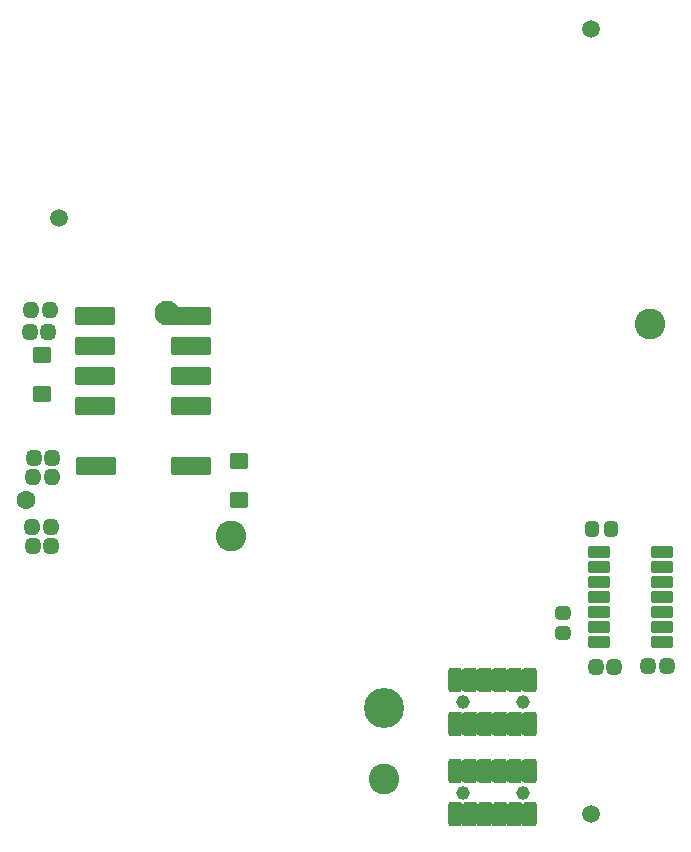
<source format=gbr>
G04 #@! TF.GenerationSoftware,KiCad,Pcbnew,6.0.0+dfsg1-2*
G04 #@! TF.CreationDate,2022-02-08T13:12:28-05:00*
G04 #@! TF.ProjectId,RUSP_Daughterboard,52555350-5f44-4617-9567-68746572626f,rev?*
G04 #@! TF.SameCoordinates,Original*
G04 #@! TF.FileFunction,Soldermask,Bot*
G04 #@! TF.FilePolarity,Negative*
%FSLAX46Y46*%
G04 Gerber Fmt 4.6, Leading zero omitted, Abs format (unit mm)*
G04 Created by KiCad (PCBNEW 6.0.0+dfsg1-2) date 2022-02-08 13:12:28*
%MOMM*%
%LPD*%
G01*
G04 APERTURE LIST*
G04 Aperture macros list*
%AMRoundRect*
0 Rectangle with rounded corners*
0 $1 Rounding radius*
0 $2 $3 $4 $5 $6 $7 $8 $9 X,Y pos of 4 corners*
0 Add a 4 corners polygon primitive as box body*
4,1,4,$2,$3,$4,$5,$6,$7,$8,$9,$2,$3,0*
0 Add four circle primitives for the rounded corners*
1,1,$1+$1,$2,$3*
1,1,$1+$1,$4,$5*
1,1,$1+$1,$6,$7*
1,1,$1+$1,$8,$9*
0 Add four rect primitives between the rounded corners*
20,1,$1+$1,$2,$3,$4,$5,0*
20,1,$1+$1,$4,$5,$6,$7,0*
20,1,$1+$1,$6,$7,$8,$9,0*
20,1,$1+$1,$8,$9,$2,$3,0*%
G04 Aperture macros list end*
%ADD10RoundRect,0.400000X0.200000X0.275000X-0.200000X0.275000X-0.200000X-0.275000X0.200000X-0.275000X0*%
%ADD11RoundRect,0.400000X0.275000X-0.200000X0.275000X0.200000X-0.275000X0.200000X-0.275000X-0.200000X0*%
%ADD12RoundRect,0.418750X0.218750X0.256250X-0.218750X0.256250X-0.218750X-0.256250X0.218750X-0.256250X0*%
%ADD13RoundRect,0.425000X-0.225000X-0.250000X0.225000X-0.250000X0.225000X0.250000X-0.225000X0.250000X0*%
%ADD14RoundRect,0.425000X0.225000X0.250000X-0.225000X0.250000X-0.225000X-0.250000X0.225000X-0.250000X0*%
%ADD15C,2.600000*%
%ADD16C,3.400000*%
%ADD17C,1.600000*%
%ADD18C,2.100000*%
%ADD19C,1.160000*%
%ADD20RoundRect,0.200000X-0.370000X-0.837500X0.370000X-0.837500X0.370000X0.837500X-0.370000X0.837500X0*%
%ADD21C,1.500000*%
%ADD22RoundRect,0.200000X1.500000X-0.555000X1.500000X0.555000X-1.500000X0.555000X-1.500000X-0.555000X0*%
%ADD23RoundRect,0.200000X-0.600000X0.450000X-0.600000X-0.450000X0.600000X-0.450000X0.600000X0.450000X0*%
%ADD24RoundRect,0.200000X0.600000X-0.450000X0.600000X0.450000X-0.600000X0.450000X-0.600000X-0.450000X0*%
%ADD25RoundRect,0.200000X-0.750000X-0.300000X0.750000X-0.300000X0.750000X0.300000X-0.750000X0.300000X0*%
G04 APERTURE END LIST*
D10*
X173225000Y-112850000D03*
X171575000Y-112850000D03*
D11*
X169150000Y-121675000D03*
X169150000Y-120025000D03*
D12*
X125887500Y-108475000D03*
X124312500Y-108475000D03*
X125802500Y-112725000D03*
X124227500Y-112725000D03*
X125687500Y-94300000D03*
X124112500Y-94300000D03*
D13*
X171925000Y-124550000D03*
X173475000Y-124550000D03*
D14*
X177925000Y-124500000D03*
X176375000Y-124500000D03*
X125865000Y-106850000D03*
X124315000Y-106850000D03*
X125800000Y-114350000D03*
X124250000Y-114350000D03*
X125575000Y-96200000D03*
X124025000Y-96200000D03*
D15*
X141000000Y-113500000D03*
X176500000Y-95500000D03*
D16*
X154000000Y-128000000D03*
D15*
X154000000Y-134000000D03*
D17*
X123670000Y-110380000D03*
D18*
X135645000Y-94575000D03*
D19*
X165740000Y-135200000D03*
X160660000Y-135200000D03*
D20*
X160025000Y-137040000D03*
X160025000Y-133360000D03*
X161295000Y-137040000D03*
X161295000Y-133360000D03*
X162565000Y-137040000D03*
X162565000Y-133360000D03*
X163835000Y-137040000D03*
X163835000Y-133360000D03*
X165105000Y-137040000D03*
X165105000Y-133360000D03*
X166375000Y-137040000D03*
X166375000Y-133360000D03*
D21*
X171500000Y-70500000D03*
X126500000Y-86500000D03*
D19*
X160660000Y-127500000D03*
X165740000Y-127500000D03*
D20*
X160025000Y-129340000D03*
X160025000Y-125660000D03*
X161295000Y-129340000D03*
X161295000Y-125660000D03*
X162565000Y-129340000D03*
X162565000Y-125660000D03*
X163835000Y-129340000D03*
X163835000Y-125660000D03*
X165105000Y-129340000D03*
X165105000Y-125660000D03*
X166375000Y-129340000D03*
X166375000Y-125660000D03*
D22*
X129630000Y-107530000D03*
X129502000Y-102450000D03*
X129502000Y-99910000D03*
X129502000Y-97370000D03*
X129502000Y-94830000D03*
X137630000Y-94830000D03*
X137630000Y-97370000D03*
X137630000Y-99910000D03*
X137630000Y-102450000D03*
X137630000Y-107530000D03*
D23*
X125000000Y-101450000D03*
X125000000Y-98150000D03*
D24*
X141700000Y-110450000D03*
X141700000Y-107150000D03*
D21*
X171500000Y-137000000D03*
D25*
X172150000Y-122410000D03*
X172150000Y-121140000D03*
X172150000Y-119870000D03*
X172150000Y-118600000D03*
X172150000Y-117330000D03*
X172150000Y-116060000D03*
X172150000Y-114790000D03*
X177550000Y-114790000D03*
X177550000Y-116060000D03*
X177550000Y-117330000D03*
X177550000Y-118600000D03*
X177550000Y-119870000D03*
X177550000Y-121140000D03*
X177550000Y-122410000D03*
G36*
X163091895Y-136080707D02*
G01*
X163112823Y-136101635D01*
X163173872Y-136134969D01*
X163243031Y-136130023D01*
X163287128Y-136101684D01*
X163308105Y-136080707D01*
X163310037Y-136080189D01*
X163311451Y-136081603D01*
X163311182Y-136083232D01*
X163282109Y-136126742D01*
X163267000Y-136202699D01*
X163267000Y-137877301D01*
X163282109Y-137953258D01*
X163311182Y-137996768D01*
X163311313Y-137998764D01*
X163309650Y-137999875D01*
X163308105Y-137999293D01*
X163287177Y-137978365D01*
X163226128Y-137945031D01*
X163156969Y-137949977D01*
X163112872Y-137978316D01*
X163091895Y-137999293D01*
X163089963Y-137999811D01*
X163088549Y-137998397D01*
X163088818Y-137996768D01*
X163117891Y-137953258D01*
X163133000Y-137877301D01*
X163133000Y-136202699D01*
X163117891Y-136126742D01*
X163088818Y-136083232D01*
X163088687Y-136081236D01*
X163090350Y-136080125D01*
X163091895Y-136080707D01*
G37*
G36*
X164361895Y-136080707D02*
G01*
X164382823Y-136101635D01*
X164443872Y-136134969D01*
X164513031Y-136130023D01*
X164557128Y-136101684D01*
X164578105Y-136080707D01*
X164580037Y-136080189D01*
X164581451Y-136081603D01*
X164581182Y-136083232D01*
X164552109Y-136126742D01*
X164537000Y-136202699D01*
X164537000Y-137877301D01*
X164552109Y-137953258D01*
X164581182Y-137996768D01*
X164581313Y-137998764D01*
X164579650Y-137999875D01*
X164578105Y-137999293D01*
X164557177Y-137978365D01*
X164496128Y-137945031D01*
X164426969Y-137949977D01*
X164382872Y-137978316D01*
X164361895Y-137999293D01*
X164359963Y-137999811D01*
X164358549Y-137998397D01*
X164358818Y-137996768D01*
X164387891Y-137953258D01*
X164403000Y-137877301D01*
X164403000Y-136202699D01*
X164387891Y-136126742D01*
X164358818Y-136083232D01*
X164358687Y-136081236D01*
X164360350Y-136080125D01*
X164361895Y-136080707D01*
G37*
G36*
X165631895Y-136080707D02*
G01*
X165652823Y-136101635D01*
X165713872Y-136134969D01*
X165783031Y-136130023D01*
X165827128Y-136101684D01*
X165848105Y-136080707D01*
X165850037Y-136080189D01*
X165851451Y-136081603D01*
X165851182Y-136083232D01*
X165822109Y-136126742D01*
X165807000Y-136202699D01*
X165807000Y-137877301D01*
X165822109Y-137953258D01*
X165851182Y-137996768D01*
X165851313Y-137998764D01*
X165849650Y-137999875D01*
X165848105Y-137999293D01*
X165827177Y-137978365D01*
X165766128Y-137945031D01*
X165696969Y-137949977D01*
X165652872Y-137978316D01*
X165631895Y-137999293D01*
X165629963Y-137999811D01*
X165628549Y-137998397D01*
X165628818Y-137996768D01*
X165657891Y-137953258D01*
X165673000Y-137877301D01*
X165673000Y-136202699D01*
X165657891Y-136126742D01*
X165628818Y-136083232D01*
X165628687Y-136081236D01*
X165630350Y-136080125D01*
X165631895Y-136080707D01*
G37*
G36*
X160551895Y-136080707D02*
G01*
X160572823Y-136101635D01*
X160633872Y-136134969D01*
X160703031Y-136130023D01*
X160747128Y-136101684D01*
X160768105Y-136080707D01*
X160770037Y-136080189D01*
X160771451Y-136081603D01*
X160771182Y-136083232D01*
X160742109Y-136126742D01*
X160727000Y-136202699D01*
X160727000Y-137877301D01*
X160742109Y-137953258D01*
X160771182Y-137996768D01*
X160771313Y-137998764D01*
X160769650Y-137999875D01*
X160768105Y-137999293D01*
X160747177Y-137978365D01*
X160686128Y-137945031D01*
X160616969Y-137949977D01*
X160572872Y-137978316D01*
X160551895Y-137999293D01*
X160549963Y-137999811D01*
X160548549Y-137998397D01*
X160548818Y-137996768D01*
X160577891Y-137953258D01*
X160593000Y-137877301D01*
X160593000Y-136202699D01*
X160577891Y-136126742D01*
X160548818Y-136083232D01*
X160548687Y-136081236D01*
X160550350Y-136080125D01*
X160551895Y-136080707D01*
G37*
G36*
X161821895Y-136080707D02*
G01*
X161842823Y-136101635D01*
X161903872Y-136134969D01*
X161973031Y-136130023D01*
X162017128Y-136101684D01*
X162038105Y-136080707D01*
X162040037Y-136080189D01*
X162041451Y-136081603D01*
X162041182Y-136083232D01*
X162012109Y-136126742D01*
X161997000Y-136202699D01*
X161997000Y-137877301D01*
X162012109Y-137953258D01*
X162041182Y-137996768D01*
X162041313Y-137998764D01*
X162039650Y-137999875D01*
X162038105Y-137999293D01*
X162017177Y-137978365D01*
X161956128Y-137945031D01*
X161886969Y-137949977D01*
X161842872Y-137978316D01*
X161821895Y-137999293D01*
X161819963Y-137999811D01*
X161818549Y-137998397D01*
X161818818Y-137996768D01*
X161847891Y-137953258D01*
X161863000Y-137877301D01*
X161863000Y-136202699D01*
X161847891Y-136126742D01*
X161818818Y-136083232D01*
X161818687Y-136081236D01*
X161820350Y-136080125D01*
X161821895Y-136080707D01*
G37*
G36*
X164361895Y-132400707D02*
G01*
X164382823Y-132421635D01*
X164443872Y-132454969D01*
X164513031Y-132450023D01*
X164557128Y-132421684D01*
X164578105Y-132400707D01*
X164580037Y-132400189D01*
X164581451Y-132401603D01*
X164581182Y-132403232D01*
X164552109Y-132446742D01*
X164537000Y-132522699D01*
X164537000Y-134197301D01*
X164552109Y-134273258D01*
X164581182Y-134316768D01*
X164581313Y-134318764D01*
X164579650Y-134319875D01*
X164578105Y-134319293D01*
X164557177Y-134298365D01*
X164496128Y-134265031D01*
X164426969Y-134269977D01*
X164382872Y-134298316D01*
X164361895Y-134319293D01*
X164359963Y-134319811D01*
X164358549Y-134318397D01*
X164358818Y-134316768D01*
X164387891Y-134273258D01*
X164403000Y-134197301D01*
X164403000Y-132522699D01*
X164387891Y-132446742D01*
X164358818Y-132403232D01*
X164358687Y-132401236D01*
X164360350Y-132400125D01*
X164361895Y-132400707D01*
G37*
G36*
X161821895Y-132400707D02*
G01*
X161842823Y-132421635D01*
X161903872Y-132454969D01*
X161973031Y-132450023D01*
X162017128Y-132421684D01*
X162038105Y-132400707D01*
X162040037Y-132400189D01*
X162041451Y-132401603D01*
X162041182Y-132403232D01*
X162012109Y-132446742D01*
X161997000Y-132522699D01*
X161997000Y-134197301D01*
X162012109Y-134273258D01*
X162041182Y-134316768D01*
X162041313Y-134318764D01*
X162039650Y-134319875D01*
X162038105Y-134319293D01*
X162017177Y-134298365D01*
X161956128Y-134265031D01*
X161886969Y-134269977D01*
X161842872Y-134298316D01*
X161821895Y-134319293D01*
X161819963Y-134319811D01*
X161818549Y-134318397D01*
X161818818Y-134316768D01*
X161847891Y-134273258D01*
X161863000Y-134197301D01*
X161863000Y-132522699D01*
X161847891Y-132446742D01*
X161818818Y-132403232D01*
X161818687Y-132401236D01*
X161820350Y-132400125D01*
X161821895Y-132400707D01*
G37*
G36*
X160551895Y-132400707D02*
G01*
X160572823Y-132421635D01*
X160633872Y-132454969D01*
X160703031Y-132450023D01*
X160747128Y-132421684D01*
X160768105Y-132400707D01*
X160770037Y-132400189D01*
X160771451Y-132401603D01*
X160771182Y-132403232D01*
X160742109Y-132446742D01*
X160727000Y-132522699D01*
X160727000Y-134197301D01*
X160742109Y-134273258D01*
X160771182Y-134316768D01*
X160771313Y-134318764D01*
X160769650Y-134319875D01*
X160768105Y-134319293D01*
X160747177Y-134298365D01*
X160686128Y-134265031D01*
X160616969Y-134269977D01*
X160572872Y-134298316D01*
X160551895Y-134319293D01*
X160549963Y-134319811D01*
X160548549Y-134318397D01*
X160548818Y-134316768D01*
X160577891Y-134273258D01*
X160593000Y-134197301D01*
X160593000Y-132522699D01*
X160577891Y-132446742D01*
X160548818Y-132403232D01*
X160548687Y-132401236D01*
X160550350Y-132400125D01*
X160551895Y-132400707D01*
G37*
G36*
X163091895Y-132400707D02*
G01*
X163112823Y-132421635D01*
X163173872Y-132454969D01*
X163243031Y-132450023D01*
X163287128Y-132421684D01*
X163308105Y-132400707D01*
X163310037Y-132400189D01*
X163311451Y-132401603D01*
X163311182Y-132403232D01*
X163282109Y-132446742D01*
X163267000Y-132522699D01*
X163267000Y-134197301D01*
X163282109Y-134273258D01*
X163311182Y-134316768D01*
X163311313Y-134318764D01*
X163309650Y-134319875D01*
X163308105Y-134319293D01*
X163287177Y-134298365D01*
X163226128Y-134265031D01*
X163156969Y-134269977D01*
X163112872Y-134298316D01*
X163091895Y-134319293D01*
X163089963Y-134319811D01*
X163088549Y-134318397D01*
X163088818Y-134316768D01*
X163117891Y-134273258D01*
X163133000Y-134197301D01*
X163133000Y-132522699D01*
X163117891Y-132446742D01*
X163088818Y-132403232D01*
X163088687Y-132401236D01*
X163090350Y-132400125D01*
X163091895Y-132400707D01*
G37*
G36*
X165631895Y-132400707D02*
G01*
X165652823Y-132421635D01*
X165713872Y-132454969D01*
X165783031Y-132450023D01*
X165827128Y-132421684D01*
X165848105Y-132400707D01*
X165850037Y-132400189D01*
X165851451Y-132401603D01*
X165851182Y-132403232D01*
X165822109Y-132446742D01*
X165807000Y-132522699D01*
X165807000Y-134197301D01*
X165822109Y-134273258D01*
X165851182Y-134316768D01*
X165851313Y-134318764D01*
X165849650Y-134319875D01*
X165848105Y-134319293D01*
X165827177Y-134298365D01*
X165766128Y-134265031D01*
X165696969Y-134269977D01*
X165652872Y-134298316D01*
X165631895Y-134319293D01*
X165629963Y-134319811D01*
X165628549Y-134318397D01*
X165628818Y-134316768D01*
X165657891Y-134273258D01*
X165673000Y-134197301D01*
X165673000Y-132522699D01*
X165657891Y-132446742D01*
X165628818Y-132403232D01*
X165628687Y-132401236D01*
X165630350Y-132400125D01*
X165631895Y-132400707D01*
G37*
G36*
X165631895Y-128380707D02*
G01*
X165652823Y-128401635D01*
X165713872Y-128434969D01*
X165783031Y-128430023D01*
X165827128Y-128401684D01*
X165848105Y-128380707D01*
X165850037Y-128380189D01*
X165851451Y-128381603D01*
X165851182Y-128383232D01*
X165822109Y-128426742D01*
X165807000Y-128502699D01*
X165807000Y-130177301D01*
X165822109Y-130253258D01*
X165851182Y-130296768D01*
X165851313Y-130298764D01*
X165849650Y-130299875D01*
X165848105Y-130299293D01*
X165827177Y-130278365D01*
X165766128Y-130245031D01*
X165696969Y-130249977D01*
X165652872Y-130278316D01*
X165631895Y-130299293D01*
X165629963Y-130299811D01*
X165628549Y-130298397D01*
X165628818Y-130296768D01*
X165657891Y-130253258D01*
X165673000Y-130177301D01*
X165673000Y-128502699D01*
X165657891Y-128426742D01*
X165628818Y-128383232D01*
X165628687Y-128381236D01*
X165630350Y-128380125D01*
X165631895Y-128380707D01*
G37*
G36*
X163091895Y-128380707D02*
G01*
X163112823Y-128401635D01*
X163173872Y-128434969D01*
X163243031Y-128430023D01*
X163287128Y-128401684D01*
X163308105Y-128380707D01*
X163310037Y-128380189D01*
X163311451Y-128381603D01*
X163311182Y-128383232D01*
X163282109Y-128426742D01*
X163267000Y-128502699D01*
X163267000Y-130177301D01*
X163282109Y-130253258D01*
X163311182Y-130296768D01*
X163311313Y-130298764D01*
X163309650Y-130299875D01*
X163308105Y-130299293D01*
X163287177Y-130278365D01*
X163226128Y-130245031D01*
X163156969Y-130249977D01*
X163112872Y-130278316D01*
X163091895Y-130299293D01*
X163089963Y-130299811D01*
X163088549Y-130298397D01*
X163088818Y-130296768D01*
X163117891Y-130253258D01*
X163133000Y-130177301D01*
X163133000Y-128502699D01*
X163117891Y-128426742D01*
X163088818Y-128383232D01*
X163088687Y-128381236D01*
X163090350Y-128380125D01*
X163091895Y-128380707D01*
G37*
G36*
X160551895Y-128380707D02*
G01*
X160572823Y-128401635D01*
X160633872Y-128434969D01*
X160703031Y-128430023D01*
X160747128Y-128401684D01*
X160768105Y-128380707D01*
X160770037Y-128380189D01*
X160771451Y-128381603D01*
X160771182Y-128383232D01*
X160742109Y-128426742D01*
X160727000Y-128502699D01*
X160727000Y-130177301D01*
X160742109Y-130253258D01*
X160771182Y-130296768D01*
X160771313Y-130298764D01*
X160769650Y-130299875D01*
X160768105Y-130299293D01*
X160747177Y-130278365D01*
X160686128Y-130245031D01*
X160616969Y-130249977D01*
X160572872Y-130278316D01*
X160551895Y-130299293D01*
X160549963Y-130299811D01*
X160548549Y-130298397D01*
X160548818Y-130296768D01*
X160577891Y-130253258D01*
X160593000Y-130177301D01*
X160593000Y-128502699D01*
X160577891Y-128426742D01*
X160548818Y-128383232D01*
X160548687Y-128381236D01*
X160550350Y-128380125D01*
X160551895Y-128380707D01*
G37*
G36*
X161821895Y-128380707D02*
G01*
X161842823Y-128401635D01*
X161903872Y-128434969D01*
X161973031Y-128430023D01*
X162017128Y-128401684D01*
X162038105Y-128380707D01*
X162040037Y-128380189D01*
X162041451Y-128381603D01*
X162041182Y-128383232D01*
X162012109Y-128426742D01*
X161997000Y-128502699D01*
X161997000Y-130177301D01*
X162012109Y-130253258D01*
X162041182Y-130296768D01*
X162041313Y-130298764D01*
X162039650Y-130299875D01*
X162038105Y-130299293D01*
X162017177Y-130278365D01*
X161956128Y-130245031D01*
X161886969Y-130249977D01*
X161842872Y-130278316D01*
X161821895Y-130299293D01*
X161819963Y-130299811D01*
X161818549Y-130298397D01*
X161818818Y-130296768D01*
X161847891Y-130253258D01*
X161863000Y-130177301D01*
X161863000Y-128502699D01*
X161847891Y-128426742D01*
X161818818Y-128383232D01*
X161818687Y-128381236D01*
X161820350Y-128380125D01*
X161821895Y-128380707D01*
G37*
G36*
X164361895Y-128380707D02*
G01*
X164382823Y-128401635D01*
X164443872Y-128434969D01*
X164513031Y-128430023D01*
X164557128Y-128401684D01*
X164578105Y-128380707D01*
X164580037Y-128380189D01*
X164581451Y-128381603D01*
X164581182Y-128383232D01*
X164552109Y-128426742D01*
X164537000Y-128502699D01*
X164537000Y-130177301D01*
X164552109Y-130253258D01*
X164581182Y-130296768D01*
X164581313Y-130298764D01*
X164579650Y-130299875D01*
X164578105Y-130299293D01*
X164557177Y-130278365D01*
X164496128Y-130245031D01*
X164426969Y-130249977D01*
X164382872Y-130278316D01*
X164361895Y-130299293D01*
X164359963Y-130299811D01*
X164358549Y-130298397D01*
X164358818Y-130296768D01*
X164387891Y-130253258D01*
X164403000Y-130177301D01*
X164403000Y-128502699D01*
X164387891Y-128426742D01*
X164358818Y-128383232D01*
X164358687Y-128381236D01*
X164360350Y-128380125D01*
X164361895Y-128380707D01*
G37*
G36*
X164361895Y-124700707D02*
G01*
X164382823Y-124721635D01*
X164443872Y-124754969D01*
X164513031Y-124750023D01*
X164557128Y-124721684D01*
X164578105Y-124700707D01*
X164580037Y-124700189D01*
X164581451Y-124701603D01*
X164581182Y-124703232D01*
X164552109Y-124746742D01*
X164537000Y-124822699D01*
X164537000Y-126497301D01*
X164552109Y-126573258D01*
X164581182Y-126616768D01*
X164581313Y-126618764D01*
X164579650Y-126619875D01*
X164578105Y-126619293D01*
X164557177Y-126598365D01*
X164496128Y-126565031D01*
X164426969Y-126569977D01*
X164382872Y-126598316D01*
X164361895Y-126619293D01*
X164359963Y-126619811D01*
X164358549Y-126618397D01*
X164358818Y-126616768D01*
X164387891Y-126573258D01*
X164403000Y-126497301D01*
X164403000Y-124822699D01*
X164387891Y-124746742D01*
X164358818Y-124703232D01*
X164358687Y-124701236D01*
X164360350Y-124700125D01*
X164361895Y-124700707D01*
G37*
G36*
X165631895Y-124700707D02*
G01*
X165652823Y-124721635D01*
X165713872Y-124754969D01*
X165783031Y-124750023D01*
X165827128Y-124721684D01*
X165848105Y-124700707D01*
X165850037Y-124700189D01*
X165851451Y-124701603D01*
X165851182Y-124703232D01*
X165822109Y-124746742D01*
X165807000Y-124822699D01*
X165807000Y-126497301D01*
X165822109Y-126573258D01*
X165851182Y-126616768D01*
X165851313Y-126618764D01*
X165849650Y-126619875D01*
X165848105Y-126619293D01*
X165827177Y-126598365D01*
X165766128Y-126565031D01*
X165696969Y-126569977D01*
X165652872Y-126598316D01*
X165631895Y-126619293D01*
X165629963Y-126619811D01*
X165628549Y-126618397D01*
X165628818Y-126616768D01*
X165657891Y-126573258D01*
X165673000Y-126497301D01*
X165673000Y-124822699D01*
X165657891Y-124746742D01*
X165628818Y-124703232D01*
X165628687Y-124701236D01*
X165630350Y-124700125D01*
X165631895Y-124700707D01*
G37*
G36*
X163091895Y-124700707D02*
G01*
X163112823Y-124721635D01*
X163173872Y-124754969D01*
X163243031Y-124750023D01*
X163287128Y-124721684D01*
X163308105Y-124700707D01*
X163310037Y-124700189D01*
X163311451Y-124701603D01*
X163311182Y-124703232D01*
X163282109Y-124746742D01*
X163267000Y-124822699D01*
X163267000Y-126497301D01*
X163282109Y-126573258D01*
X163311182Y-126616768D01*
X163311313Y-126618764D01*
X163309650Y-126619875D01*
X163308105Y-126619293D01*
X163287177Y-126598365D01*
X163226128Y-126565031D01*
X163156969Y-126569977D01*
X163112872Y-126598316D01*
X163091895Y-126619293D01*
X163089963Y-126619811D01*
X163088549Y-126618397D01*
X163088818Y-126616768D01*
X163117891Y-126573258D01*
X163133000Y-126497301D01*
X163133000Y-124822699D01*
X163117891Y-124746742D01*
X163088818Y-124703232D01*
X163088687Y-124701236D01*
X163090350Y-124700125D01*
X163091895Y-124700707D01*
G37*
G36*
X160551895Y-124700707D02*
G01*
X160572823Y-124721635D01*
X160633872Y-124754969D01*
X160703031Y-124750023D01*
X160747128Y-124721684D01*
X160768105Y-124700707D01*
X160770037Y-124700189D01*
X160771451Y-124701603D01*
X160771182Y-124703232D01*
X160742109Y-124746742D01*
X160727000Y-124822699D01*
X160727000Y-126497301D01*
X160742109Y-126573258D01*
X160771182Y-126616768D01*
X160771313Y-126618764D01*
X160769650Y-126619875D01*
X160768105Y-126619293D01*
X160747177Y-126598365D01*
X160686128Y-126565031D01*
X160616969Y-126569977D01*
X160572872Y-126598316D01*
X160551895Y-126619293D01*
X160549963Y-126619811D01*
X160548549Y-126618397D01*
X160548818Y-126616768D01*
X160577891Y-126573258D01*
X160593000Y-126497301D01*
X160593000Y-124822699D01*
X160577891Y-124746742D01*
X160548818Y-124703232D01*
X160548687Y-124701236D01*
X160550350Y-124700125D01*
X160551895Y-124700707D01*
G37*
G36*
X161821895Y-124700707D02*
G01*
X161842823Y-124721635D01*
X161903872Y-124754969D01*
X161973031Y-124750023D01*
X162017128Y-124721684D01*
X162038105Y-124700707D01*
X162040037Y-124700189D01*
X162041451Y-124701603D01*
X162041182Y-124703232D01*
X162012109Y-124746742D01*
X161997000Y-124822699D01*
X161997000Y-126497301D01*
X162012109Y-126573258D01*
X162041182Y-126616768D01*
X162041313Y-126618764D01*
X162039650Y-126619875D01*
X162038105Y-126619293D01*
X162017177Y-126598365D01*
X161956128Y-126565031D01*
X161886969Y-126569977D01*
X161842872Y-126598316D01*
X161821895Y-126619293D01*
X161819963Y-126619811D01*
X161818549Y-126618397D01*
X161818818Y-126616768D01*
X161847891Y-126573258D01*
X161863000Y-126497301D01*
X161863000Y-124822699D01*
X161847891Y-124746742D01*
X161818818Y-124703232D01*
X161818687Y-124701236D01*
X161820350Y-124700125D01*
X161821895Y-124700707D01*
G37*
M02*

</source>
